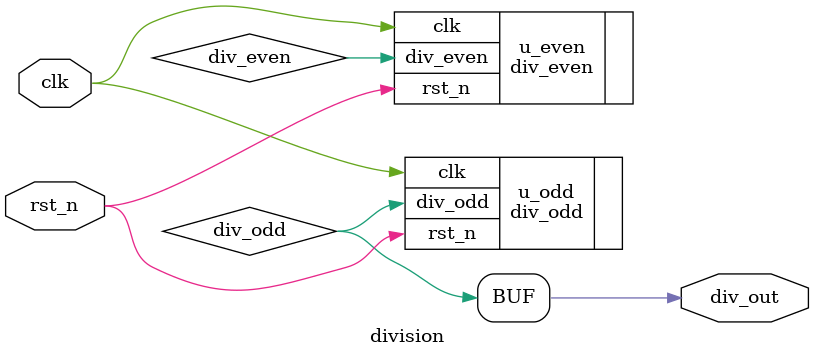
<source format=v>
module division #(
    parameter N = 5
)(
    input clk,
    input rst_n,
    output div_out
);
    wire div_even,div_odd;
    div_even #(
        .N(N & 32'hFFFF_FFFE)
    ) u_even (
        .clk(clk),
        .rst_n(rst_n),
        .div_even(div_even)
    );
    div_odd #(
        .N(N | 32'h1)
    ) u_odd (
        .clk(clk),
        .rst_n(rst_n),
        .div_odd(div_odd)
    );

    assign div_out = (N & 32'h1 == 32'h1) ? div_odd : div_even;

endmodule

</source>
